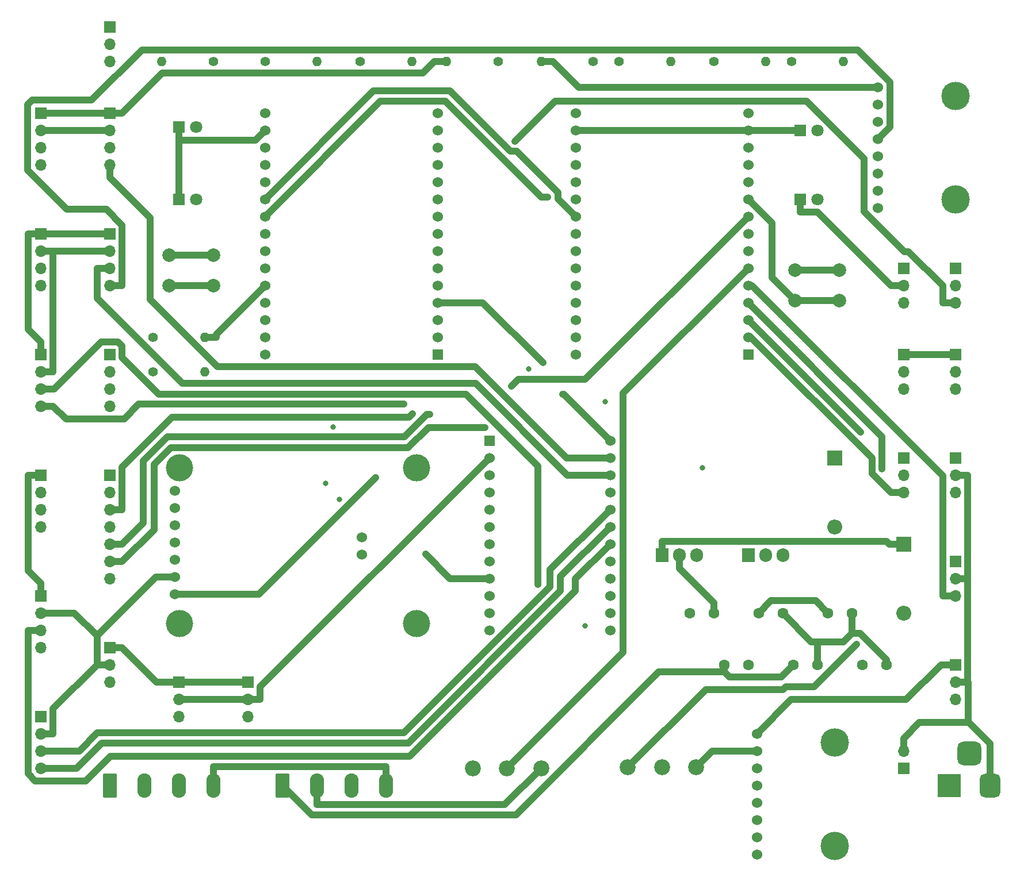
<source format=gbr>
%TF.GenerationSoftware,KiCad,Pcbnew,7.0.10*%
%TF.CreationDate,2024-07-04T23:25:59-06:00*%
%TF.ProjectId,ESP32WROOM30PIN_CARRIER_BOARD_KELLA,45535033-3257-4524-9f4f-4d333050494e,rev?*%
%TF.SameCoordinates,Original*%
%TF.FileFunction,Copper,L3,Inr*%
%TF.FilePolarity,Positive*%
%FSLAX46Y46*%
G04 Gerber Fmt 4.6, Leading zero omitted, Abs format (unit mm)*
G04 Created by KiCad (PCBNEW 7.0.10) date 2024-07-04 23:25:59*
%MOMM*%
%LPD*%
G01*
G04 APERTURE LIST*
G04 Aperture macros list*
%AMRoundRect*
0 Rectangle with rounded corners*
0 $1 Rounding radius*
0 $2 $3 $4 $5 $6 $7 $8 $9 X,Y pos of 4 corners*
0 Add a 4 corners polygon primitive as box body*
4,1,4,$2,$3,$4,$5,$6,$7,$8,$9,$2,$3,0*
0 Add four circle primitives for the rounded corners*
1,1,$1+$1,$2,$3*
1,1,$1+$1,$4,$5*
1,1,$1+$1,$6,$7*
1,1,$1+$1,$8,$9*
0 Add four rect primitives between the rounded corners*
20,1,$1+$1,$2,$3,$4,$5,0*
20,1,$1+$1,$4,$5,$6,$7,0*
20,1,$1+$1,$6,$7,$8,$9,0*
20,1,$1+$1,$8,$9,$2,$3,0*%
G04 Aperture macros list end*
%TA.AperFunction,ComponentPad*%
%ADD10C,1.400000*%
%TD*%
%TA.AperFunction,ComponentPad*%
%ADD11O,1.400000X1.400000*%
%TD*%
%TA.AperFunction,ComponentPad*%
%ADD12R,1.700000X1.700000*%
%TD*%
%TA.AperFunction,ComponentPad*%
%ADD13O,1.700000X1.700000*%
%TD*%
%TA.AperFunction,ComponentPad*%
%ADD14R,2.200000X2.200000*%
%TD*%
%TA.AperFunction,ComponentPad*%
%ADD15O,2.200000X2.200000*%
%TD*%
%TA.AperFunction,ComponentPad*%
%ADD16RoundRect,0.249999X-0.790001X-1.550001X0.790001X-1.550001X0.790001X1.550001X-0.790001X1.550001X0*%
%TD*%
%TA.AperFunction,ComponentPad*%
%ADD17O,2.080000X3.600000*%
%TD*%
%TA.AperFunction,ComponentPad*%
%ADD18C,2.340000*%
%TD*%
%TA.AperFunction,ComponentPad*%
%ADD19C,1.600000*%
%TD*%
%TA.AperFunction,ComponentPad*%
%ADD20C,1.524000*%
%TD*%
%TA.AperFunction,ComponentPad*%
%ADD21C,4.191000*%
%TD*%
%TA.AperFunction,ComponentPad*%
%ADD22C,4.000000*%
%TD*%
%TA.AperFunction,ComponentPad*%
%ADD23C,2.000000*%
%TD*%
%TA.AperFunction,ComponentPad*%
%ADD24R,1.800000X1.800000*%
%TD*%
%TA.AperFunction,ComponentPad*%
%ADD25C,1.800000*%
%TD*%
%TA.AperFunction,ComponentPad*%
%ADD26R,1.524000X1.524000*%
%TD*%
%TA.AperFunction,ComponentPad*%
%ADD27R,3.500000X3.500000*%
%TD*%
%TA.AperFunction,ComponentPad*%
%ADD28RoundRect,0.750000X0.750000X1.000000X-0.750000X1.000000X-0.750000X-1.000000X0.750000X-1.000000X0*%
%TD*%
%TA.AperFunction,ComponentPad*%
%ADD29RoundRect,0.875000X0.875000X0.875000X-0.875000X0.875000X-0.875000X-0.875000X0.875000X-0.875000X0*%
%TD*%
%TA.AperFunction,ComponentPad*%
%ADD30R,1.905000X2.000000*%
%TD*%
%TA.AperFunction,ComponentPad*%
%ADD31O,1.905000X2.000000*%
%TD*%
%TA.AperFunction,ViaPad*%
%ADD32C,0.800000*%
%TD*%
%TA.AperFunction,Conductor*%
%ADD33C,1.000000*%
%TD*%
G04 APERTURE END LIST*
D10*
%TO.N,Net-(U4-GPIO12(ADC2-CH5))*%
%TO.C,R1*%
X53340000Y-33020000D03*
D11*
%TO.N,Net-(D2-A)*%
X45720000Y-33020000D03*
%TD*%
D12*
%TO.N,Net-(J13-Pin_1)*%
%TO.C,J21*%
X38100000Y-76200000D03*
D13*
%TO.N,GND*%
X38100000Y-78740000D03*
%TO.N,Net-(J21-Pin_3)*%
X38100000Y-81280000D03*
%TO.N,Net-(J21-Pin_4)*%
X38100000Y-83820000D03*
%TD*%
D14*
%TO.N,Net-(D1-K)*%
%TO.C,D1*%
X154940000Y-104140000D03*
D15*
%TO.N,Net-(D1-A)*%
X154940000Y-114300000D03*
%TD*%
D12*
%TO.N,Net-(J11-Pin_1)*%
%TO.C,J25*%
X162560000Y-91440000D03*
D13*
%TO.N,GND*%
X162560000Y-93980000D03*
%TO.N,Net-(J25-Pin_3)*%
X162560000Y-96520000D03*
%TD*%
D16*
%TO.N,VDD2*%
%TO.C,J2*%
X63500000Y-139700000D03*
D17*
%TO.N,GND*%
X68580000Y-139700000D03*
%TO.N,Net-(J2-Pin_3)*%
X73660000Y-139700000D03*
%TO.N,Net-(J2-Pin_4)*%
X78740000Y-139700000D03*
%TD*%
D18*
%TO.N,Net-(J13-Pin_1)*%
%TO.C,RV2*%
X114380000Y-136990000D03*
%TO.N,Net-(U4-GPIO32(ADC1-CH4))*%
X119380000Y-136990000D03*
%TO.N,GND*%
X124380000Y-136990000D03*
%TD*%
D10*
%TO.N,Net-(J13-Pin_1)*%
%TO.C,R9*%
X44450000Y-73660000D03*
D11*
%TO.N,Net-(J21-Pin_4)*%
X52070000Y-73660000D03*
%TD*%
D10*
%TO.N,Net-(J13-Pin_1)*%
%TO.C,R10*%
X44450000Y-78740000D03*
D11*
%TO.N,Net-(J21-Pin_3)*%
X52070000Y-78740000D03*
%TD*%
D19*
%TO.N,VDD1*%
%TO.C,C3*%
X133660000Y-114300000D03*
%TO.N,GND*%
X137160000Y-114300000D03*
%TD*%
D20*
%TO.N,Net-(J11-Pin_1)*%
%TO.C,U6*%
X133350000Y-132080000D03*
%TO.N,GND*%
X133350000Y-134620000D03*
%TO.N,Net-(J9-Pin_3)*%
X133350000Y-137160000D03*
%TO.N,Net-(J9-Pin_4)*%
X133350000Y-139700000D03*
%TO.N,unconnected-(U6-XDA-Pad5)*%
X133350000Y-142240000D03*
%TO.N,unconnected-(U6-XCL-Pad6)*%
X133350000Y-144780000D03*
%TO.N,unconnected-(U6-ADO-Pad7)*%
X133350000Y-147320000D03*
%TO.N,unconnected-(U6-INT-Pad8)*%
X133350000Y-149860000D03*
D21*
%TO.N,N/C*%
X144780000Y-133350000D03*
X144780000Y-148590000D03*
%TD*%
D16*
%TO.N,VDD2*%
%TO.C,J27*%
X38100000Y-139700000D03*
D17*
%TO.N,GND*%
X43180000Y-139700000D03*
%TO.N,Net-(J2-Pin_3)*%
X48260000Y-139700000D03*
%TO.N,Net-(J2-Pin_4)*%
X53340000Y-139700000D03*
%TD*%
D14*
%TO.N,Net-(D3-K)*%
%TO.C,D3*%
X144780000Y-91440000D03*
D15*
%TO.N,Net-(D1-A)*%
X144780000Y-101600000D03*
%TD*%
D20*
%TO.N,Net-(U4-GPIO04(ADC2-CH0))*%
%TO.C,U5*%
X47740000Y-96270000D03*
%TO.N,Net-(U4-GPIO18(SCK))*%
X47740000Y-98810000D03*
%TO.N,Net-(U4-GPIO23(MOSI))*%
X47740000Y-101350000D03*
%TO.N,Net-(U4-GPIO19(MISO))*%
X47740000Y-103890000D03*
%TO.N,Net-(U4-GPIO05(SS))*%
X47740000Y-106430000D03*
%TO.N,GND*%
X47740000Y-108970000D03*
%TO.N,VDD2*%
X47740000Y-111510000D03*
%TO.N,Net-(J2-Pin_4)*%
X75260000Y-103130000D03*
%TO.N,Net-(J2-Pin_3)*%
X75260000Y-105670000D03*
D22*
%TO.N,N/C*%
X48370000Y-92920000D03*
X48370000Y-115820000D03*
X83270000Y-92920000D03*
X83270000Y-115820000D03*
%TD*%
D12*
%TO.N,Net-(J11-Pin_1)*%
%TO.C,J5*%
X27940000Y-76200000D03*
D13*
%TO.N,GND*%
X27940000Y-78740000D03*
%TO.N,Net-(J5-Pin_3)*%
X27940000Y-81280000D03*
%TO.N,Net-(J5-Pin_4)*%
X27940000Y-83820000D03*
%TD*%
D19*
%TO.N,VDD2*%
%TO.C,C6*%
X138740000Y-121920000D03*
%TO.N,GND*%
X142240000Y-121920000D03*
%TD*%
D23*
%TO.N,Net-(J11-Pin_1)*%
%TO.C,SW2*%
X138990000Y-63790000D03*
X145490000Y-63790000D03*
%TO.N,Net-(SW2A-D)*%
X138990000Y-68290000D03*
X145490000Y-68290000D03*
%TD*%
D10*
%TO.N,Net-(U3-SDA)*%
%TO.C,R8*%
X95250000Y-33020000D03*
D11*
%TO.N,Net-(J11-Pin_1)*%
X87630000Y-33020000D03*
%TD*%
D12*
%TO.N,Net-(J11-Pin_1)*%
%TO.C,J6*%
X27940000Y-93980000D03*
D13*
%TO.N,GND*%
X27940000Y-96520000D03*
%TO.N,Net-(J6-Pin_3)*%
X27940000Y-99060000D03*
%TO.N,Net-(J6-Pin_4)*%
X27940000Y-101600000D03*
%TD*%
D12*
%TO.N,Net-(J13-Pin_1)*%
%TO.C,J19*%
X162560000Y-63500000D03*
D13*
%TO.N,GND*%
X162560000Y-66040000D03*
%TO.N,Net-(J19-Pin_3)*%
X162560000Y-68580000D03*
%TD*%
D12*
%TO.N,Net-(J11-Pin_1)*%
%TO.C,J4*%
X27940000Y-58420000D03*
D13*
%TO.N,GND*%
X27940000Y-60960000D03*
%TO.N,Net-(J4-Pin_3)*%
X27940000Y-63500000D03*
%TO.N,Net-(J4-Pin_4)*%
X27940000Y-66040000D03*
%TD*%
D19*
%TO.N,VDD2*%
%TO.C,C5*%
X148900000Y-121920000D03*
%TO.N,GND*%
X152400000Y-121920000D03*
%TD*%
D12*
%TO.N,Net-(J13-Pin_1)*%
%TO.C,J16*%
X154940000Y-76200000D03*
D13*
%TO.N,GND*%
X154940000Y-78740000D03*
%TO.N,Net-(J16-Pin_3)*%
X154940000Y-81280000D03*
%TD*%
D12*
%TO.N,Net-(J11-Pin_1)*%
%TO.C,J26*%
X162560000Y-106680000D03*
D13*
%TO.N,GND*%
X162560000Y-109220000D03*
%TO.N,Net-(J26-Pin_3)*%
X162560000Y-111760000D03*
%TD*%
D24*
%TO.N,GND*%
%TO.C,D2*%
X48260000Y-42710000D03*
D25*
%TO.N,Net-(D2-A)*%
X50800000Y-42710000D03*
%TD*%
D12*
%TO.N,Net-(J11-Pin_1)*%
%TO.C,J9*%
X38100000Y-40640000D03*
D13*
%TO.N,GND*%
X38100000Y-43180000D03*
%TO.N,Net-(J9-Pin_3)*%
X38100000Y-45720000D03*
%TO.N,Net-(J9-Pin_4)*%
X38100000Y-48260000D03*
%TD*%
D12*
%TO.N,Net-(J11-Pin_1)*%
%TO.C,J8*%
X27940000Y-129540000D03*
D13*
%TO.N,GND*%
X27940000Y-132080000D03*
%TO.N,Net-(J8-Pin_3)*%
X27940000Y-134620000D03*
%TO.N,Net-(J8-Pin_4)*%
X27940000Y-137160000D03*
%TD*%
D24*
%TO.N,GND*%
%TO.C,D5*%
X139700000Y-43180000D03*
D25*
%TO.N,Net-(D5-A)*%
X142240000Y-43180000D03*
%TD*%
D12*
%TO.N,Net-(D1-A)*%
%TO.C,J1*%
X154940000Y-137160000D03*
D13*
%TO.N,GND*%
X154940000Y-134620000D03*
%TD*%
D24*
%TO.N,GND*%
%TO.C,D4*%
X48260000Y-53340000D03*
D25*
%TO.N,Net-(D4-A)*%
X50800000Y-53340000D03*
%TD*%
D19*
%TO.N,VDD1*%
%TO.C,C2*%
X143820000Y-114300000D03*
%TO.N,GND*%
X147320000Y-114300000D03*
%TD*%
D12*
%TO.N,Net-(J13-Pin_1)*%
%TO.C,J20*%
X38100000Y-27940000D03*
D13*
%TO.N,GND*%
X38100000Y-30480000D03*
%TO.N,Net-(J20-Pin_3)*%
X38100000Y-33020000D03*
%TD*%
D12*
%TO.N,Net-(J13-Pin_1)*%
%TO.C,J13*%
X38100000Y-119380000D03*
D13*
%TO.N,GND*%
X38100000Y-121920000D03*
%TO.N,Net-(J13-Pin_3)*%
X38100000Y-124460000D03*
%TD*%
D10*
%TO.N,Net-(SW1A-D)*%
%TO.C,R5*%
X74930000Y-33020000D03*
D11*
%TO.N,GND*%
X82550000Y-33020000D03*
%TD*%
D12*
%TO.N,Net-(J11-Pin_1)*%
%TO.C,J11*%
X38100000Y-58420000D03*
D13*
%TO.N,GND*%
X38100000Y-60960000D03*
%TO.N,Net-(J11-Pin_3)*%
X38100000Y-63500000D03*
%TO.N,Net-(J11-Pin_4)*%
X38100000Y-66040000D03*
%TD*%
D19*
%TO.N,VDD1*%
%TO.C,C1*%
X123500000Y-114300000D03*
%TO.N,GND*%
X127000000Y-114300000D03*
%TD*%
D12*
%TO.N,Net-(J11-Pin_1)*%
%TO.C,J3*%
X27940000Y-40640000D03*
D13*
%TO.N,GND*%
X27940000Y-43180000D03*
%TO.N,Net-(J3-Pin_3)*%
X27940000Y-45720000D03*
%TO.N,Net-(J3-Pin_4)*%
X27940000Y-48260000D03*
%TD*%
D12*
%TO.N,Net-(J13-Pin_1)*%
%TO.C,J18*%
X162560000Y-76200000D03*
D13*
%TO.N,GND*%
X162560000Y-78740000D03*
%TO.N,Net-(J18-Pin_3)*%
X162560000Y-81280000D03*
%TD*%
D12*
%TO.N,Net-(J11-Pin_1)*%
%TO.C,J22*%
X38100000Y-93980000D03*
D13*
%TO.N,GND*%
X38100000Y-96520000D03*
%TO.N,Net-(J22-Pin_3)*%
X38100000Y-99060000D03*
%TO.N,Net-(J22-Pin_4)*%
X38100000Y-101600000D03*
%TO.N,Net-(J22-Pin_5)*%
X38100000Y-104140000D03*
%TO.N,Net-(J22-Pin_6)*%
X38100000Y-106680000D03*
%TO.N,Net-(J22-Pin_7)*%
X38100000Y-109220000D03*
%TD*%
D12*
%TO.N,Net-(J13-Pin_1)*%
%TO.C,J14*%
X48260000Y-124460000D03*
D13*
%TO.N,GND*%
X48260000Y-127000000D03*
%TO.N,Net-(J14-Pin_3)*%
X48260000Y-129540000D03*
%TD*%
D24*
%TO.N,GND*%
%TO.C,D6*%
X139700000Y-53340000D03*
D25*
%TO.N,Net-(D6-A)*%
X142240000Y-53340000D03*
%TD*%
D10*
%TO.N,Net-(U7-GPIO14(ADC2-CH6))*%
%TO.C,R3*%
X138430000Y-33020000D03*
D11*
%TO.N,Net-(D5-A)*%
X146050000Y-33020000D03*
%TD*%
D26*
%TO.N,unconnected-(U4-EN-Pad1)*%
%TO.C,U4*%
X86360000Y-76200000D03*
D20*
%TO.N,Net-(J13-Pin_3)*%
X86360000Y-73660000D03*
%TO.N,Net-(J14-Pin_3)*%
X86360000Y-71120000D03*
%TO.N,Net-(J15-Pin_3)*%
X86360000Y-68580000D03*
%TO.N,Net-(J16-Pin_3)*%
X86360000Y-66040000D03*
%TO.N,Net-(U4-GPIO32(ADC1-CH4))*%
X86360000Y-63500000D03*
%TO.N,Net-(J17-Pin_3)*%
X86360000Y-60960000D03*
%TO.N,Net-(J18-Pin_3)*%
X86360000Y-58420000D03*
%TO.N,Net-(J19-Pin_3)*%
X86360000Y-55880000D03*
%TO.N,Net-(SW1A-D)*%
X86360000Y-53340000D03*
%TO.N,Net-(U4-GPIO14(ADC2-CH6))*%
X86360000Y-50800000D03*
%TO.N,Net-(U4-GPIO12(ADC2-CH5))*%
X86360000Y-48260000D03*
%TO.N,Net-(J20-Pin_3)*%
X86360000Y-45720000D03*
%TO.N,GND*%
X86360000Y-43180000D03*
%TO.N,VDD2*%
X86360000Y-40640000D03*
%TO.N,Net-(J13-Pin_1)*%
X60960000Y-40640000D03*
%TO.N,GND*%
X60960000Y-43180000D03*
%TO.N,unconnected-(U4-GPIO12(ADC2-CH3)-Pad18)*%
X60960000Y-45720000D03*
%TO.N,unconnected-(U4-GPIO02(ADC2-CH2)-Pad19)*%
X60960000Y-48260000D03*
%TO.N,Net-(U4-GPIO04(ADC2-CH0))*%
X60960000Y-50800000D03*
%TO.N,Net-(U4-GPIO16(RXD2))*%
X60960000Y-53340000D03*
%TO.N,Net-(U4-GPIO17(TXD2))*%
X60960000Y-55880000D03*
%TO.N,Net-(U4-GPIO05(SS))*%
X60960000Y-58420000D03*
%TO.N,Net-(U4-GPIO18(SCK))*%
X60960000Y-60960000D03*
%TO.N,Net-(U4-GPIO19(MISO))*%
X60960000Y-63500000D03*
%TO.N,Net-(J21-Pin_4)*%
X60960000Y-66040000D03*
%TO.N,unconnected-(U4-GPIO03(CLK2)-Pad27)*%
X60960000Y-68580000D03*
%TO.N,unconnected-(U4-GPIO01(CLK3)-Pad28)*%
X60960000Y-71120000D03*
%TO.N,Net-(J21-Pin_3)*%
X60960000Y-73660000D03*
%TO.N,Net-(U4-GPIO23(MOSI))*%
X60960000Y-76200000D03*
%TD*%
D27*
%TO.N,Net-(D1-A)*%
%TO.C,J10*%
X161640000Y-139700000D03*
D28*
%TO.N,GND*%
X167640000Y-139700000D03*
D29*
%TO.N,unconnected-(J10-Pad3)*%
X164640000Y-135000000D03*
%TD*%
D26*
%TO.N,unconnected-(U7-EN-Pad1)*%
%TO.C,U7*%
X132080000Y-76200000D03*
D20*
%TO.N,Net-(J23-Pin_3)*%
X132080000Y-73660000D03*
%TO.N,Net-(J24-Pin_3)*%
X132080000Y-71120000D03*
%TO.N,Net-(J25-Pin_3)*%
X132080000Y-68580000D03*
%TO.N,Net-(J26-Pin_3)*%
X132080000Y-66040000D03*
%TO.N,Net-(U7-GPIO32(ADC1-CH4))*%
X132080000Y-63500000D03*
%TO.N,Net-(U3-A2)*%
X132080000Y-60960000D03*
%TO.N,Net-(U3-A1)*%
X132080000Y-58420000D03*
%TO.N,Net-(J22-Pin_7)*%
X132080000Y-55880000D03*
%TO.N,Net-(SW2A-D)*%
X132080000Y-53340000D03*
%TO.N,Net-(U7-GPIO14(ADC2-CH6))*%
X132080000Y-50800000D03*
%TO.N,Net-(U7-GPIO12(ADC2-CH5))*%
X132080000Y-48260000D03*
%TO.N,Net-(U3-RST)*%
X132080000Y-45720000D03*
%TO.N,GND*%
X132080000Y-43180000D03*
%TO.N,VDD1*%
X132080000Y-40640000D03*
%TO.N,Net-(J11-Pin_1)*%
X106680000Y-40640000D03*
%TO.N,GND*%
X106680000Y-43180000D03*
%TO.N,unconnected-(U7-GPIO12(ADC2-CH3)-Pad18)*%
X106680000Y-45720000D03*
%TO.N,unconnected-(U7-GPIO02(ADC2-CH2)-Pad19)*%
X106680000Y-48260000D03*
%TO.N,Net-(U3-A0)*%
X106680000Y-50800000D03*
%TO.N,Net-(U4-GPIO17(TXD2))*%
X106680000Y-53340000D03*
%TO.N,Net-(U4-GPIO16(RXD2))*%
X106680000Y-55880000D03*
%TO.N,Net-(J22-Pin_6)*%
X106680000Y-58420000D03*
%TO.N,Net-(J22-Pin_3)*%
X106680000Y-60960000D03*
%TO.N,Net-(J22-Pin_5)*%
X106680000Y-63500000D03*
%TO.N,Net-(U3-SDA)*%
X106680000Y-66040000D03*
%TO.N,unconnected-(U7-GPIO03(CLK2)-Pad27)*%
X106680000Y-68580000D03*
%TO.N,unconnected-(U7-GPIO01(CLK3)-Pad28)*%
X106680000Y-71120000D03*
%TO.N,Net-(U3-SCL)*%
X106680000Y-73660000D03*
%TO.N,Net-(J22-Pin_4)*%
X106680000Y-76200000D03*
%TD*%
D18*
%TO.N,Net-(J11-Pin_1)*%
%TO.C,RV1*%
X91600000Y-137160000D03*
%TO.N,Net-(U7-GPIO32(ADC1-CH4))*%
X96600000Y-137160000D03*
%TO.N,GND*%
X101600000Y-137160000D03*
%TD*%
D12*
%TO.N,Net-(J11-Pin_1)*%
%TO.C,J23*%
X154940000Y-91440000D03*
D13*
%TO.N,GND*%
X154940000Y-93980000D03*
%TO.N,Net-(J23-Pin_3)*%
X154940000Y-96520000D03*
%TD*%
D10*
%TO.N,Net-(U3-SCL)*%
%TO.C,R7*%
X109220000Y-33020000D03*
D11*
%TO.N,Net-(J11-Pin_1)*%
X101600000Y-33020000D03*
%TD*%
D12*
%TO.N,Net-(J13-Pin_1)*%
%TO.C,J17*%
X58420000Y-124460000D03*
D13*
%TO.N,GND*%
X58420000Y-127000000D03*
%TO.N,Net-(J17-Pin_3)*%
X58420000Y-129540000D03*
%TD*%
D10*
%TO.N,Net-(U7-GPIO12(ADC2-CH5))*%
%TO.C,R4*%
X127000000Y-33020000D03*
D11*
%TO.N,Net-(D6-A)*%
X134620000Y-33020000D03*
%TD*%
D30*
%TO.N,Net-(D1-K)*%
%TO.C,U1*%
X119380000Y-105750000D03*
D31*
%TO.N,GND*%
X121920000Y-105750000D03*
%TO.N,VDD1*%
X124460000Y-105750000D03*
%TD*%
D26*
%TO.N,Net-(J11-Pin_1)*%
%TO.C,U3*%
X93980000Y-88900000D03*
D20*
%TO.N,GND*%
X93980000Y-91440000D03*
%TO.N,Net-(U3-SDA)*%
X93980000Y-93980000D03*
%TO.N,Net-(U3-SCL)*%
X93980000Y-96520000D03*
%TO.N,Net-(U3-RST)*%
X93980000Y-99060000D03*
%TO.N,Net-(U3-A0)*%
X93980000Y-101600000D03*
%TO.N,Net-(U3-A1)*%
X93980000Y-104140000D03*
%TO.N,Net-(U3-A2)*%
X93980000Y-106680000D03*
%TO.N,Net-(J3-Pin_4)*%
X93980000Y-109220000D03*
%TO.N,Net-(J3-Pin_3)*%
X93980000Y-111760000D03*
%TO.N,Net-(J4-Pin_4)*%
X93980000Y-114300000D03*
%TO.N,Net-(J4-Pin_3)*%
X93980000Y-116840000D03*
%TO.N,Net-(J5-Pin_4)*%
X111760000Y-116840000D03*
%TO.N,Net-(J5-Pin_3)*%
X111760000Y-114300000D03*
%TO.N,Net-(J6-Pin_4)*%
X111760000Y-111760000D03*
%TO.N,Net-(J6-Pin_3)*%
X111760000Y-109220000D03*
%TO.N,Net-(J7-Pin_4)*%
X111760000Y-106680000D03*
%TO.N,Net-(J7-Pin_3)*%
X111760000Y-104140000D03*
%TO.N,Net-(J8-Pin_4)*%
X111760000Y-101600000D03*
%TO.N,Net-(J8-Pin_3)*%
X111760000Y-99060000D03*
%TO.N,Net-(J11-Pin_4)*%
X111760000Y-96520000D03*
%TO.N,Net-(J11-Pin_3)*%
X111760000Y-93980000D03*
%TO.N,Net-(J9-Pin_4)*%
X111760000Y-91440000D03*
%TO.N,Net-(J9-Pin_3)*%
X111760000Y-88900000D03*
%TD*%
D23*
%TO.N,Net-(J13-Pin_1)*%
%TO.C,SW1*%
X46840000Y-61540000D03*
X53340000Y-61540000D03*
%TO.N,Net-(SW1A-D)*%
X46840000Y-66040000D03*
X53340000Y-66040000D03*
%TD*%
D19*
%TO.N,VDD2*%
%TO.C,C4*%
X128580000Y-121920000D03*
%TO.N,GND*%
X132080000Y-121920000D03*
%TD*%
D12*
%TO.N,Net-(J11-Pin_1)*%
%TO.C,J7*%
X27940000Y-111760000D03*
D13*
%TO.N,GND*%
X27940000Y-114300000D03*
%TO.N,Net-(J7-Pin_3)*%
X27940000Y-116840000D03*
%TO.N,Net-(J7-Pin_4)*%
X27940000Y-119380000D03*
%TD*%
D10*
%TO.N,Net-(U4-GPIO14(ADC2-CH6))*%
%TO.C,R2*%
X60960000Y-33020000D03*
D11*
%TO.N,Net-(D4-A)*%
X68580000Y-33020000D03*
%TD*%
D10*
%TO.N,Net-(SW2A-D)*%
%TO.C,R6*%
X113030000Y-33020000D03*
D11*
%TO.N,GND*%
X120650000Y-33020000D03*
%TD*%
D12*
%TO.N,Net-(J13-Pin_1)*%
%TO.C,J15*%
X154940000Y-63500000D03*
D13*
%TO.N,GND*%
X154940000Y-66040000D03*
%TO.N,Net-(J15-Pin_3)*%
X154940000Y-68580000D03*
%TD*%
D30*
%TO.N,Net-(D3-K)*%
%TO.C,U2*%
X132080000Y-105750000D03*
D31*
%TO.N,GND*%
X134620000Y-105750000D03*
%TO.N,VDD2*%
X137160000Y-105750000D03*
%TD*%
D20*
%TO.N,Net-(J11-Pin_1)*%
%TO.C,U8*%
X151130000Y-36830000D03*
%TO.N,GND*%
X151130000Y-39370000D03*
%TO.N,Net-(J11-Pin_3)*%
X151130000Y-41910000D03*
%TO.N,Net-(J11-Pin_4)*%
X151130000Y-44450000D03*
%TO.N,unconnected-(U8-XDA-Pad5)*%
X151130000Y-46990000D03*
%TO.N,unconnected-(U8-XCL-Pad6)*%
X151130000Y-49530000D03*
%TO.N,unconnected-(U8-ADO-Pad7)*%
X151130000Y-52070000D03*
%TO.N,unconnected-(U8-INT-Pad8)*%
X151130000Y-54610000D03*
D21*
%TO.N,N/C*%
X162560000Y-38100000D03*
X162560000Y-53340000D03*
%TD*%
D12*
%TO.N,Net-(J11-Pin_1)*%
%TO.C,J24*%
X162560000Y-121920000D03*
D13*
%TO.N,GND*%
X162560000Y-124460000D03*
%TO.N,Net-(J24-Pin_3)*%
X162560000Y-127000000D03*
%TD*%
D32*
%TO.N,Net-(J9-Pin_3)*%
X104775800Y-82074700D03*
%TO.N,Net-(J22-Pin_7)*%
X97231700Y-80871600D03*
X71958700Y-97587700D03*
%TO.N,Net-(J22-Pin_6)*%
X93303200Y-86940700D03*
%TO.N,Net-(J22-Pin_3)*%
X82682600Y-84957400D03*
%TO.N,Net-(J22-Pin_5)*%
X85188400Y-84991600D03*
%TO.N,Net-(J22-Pin_4)*%
X69862000Y-95180700D03*
%TO.N,Net-(U4-GPIO17(TXD2))*%
X102563300Y-52983900D03*
%TO.N,Net-(J25-Pin_3)*%
X151787800Y-93092200D03*
%TO.N,Net-(J24-Pin_3)*%
X148611800Y-87651800D03*
%TO.N,Net-(J19-Pin_3)*%
X97707100Y-44782500D03*
%TO.N,Net-(J18-Pin_3)*%
X111071900Y-83131900D03*
%TO.N,Net-(J16-Pin_3)*%
X99742100Y-78358900D03*
%TO.N,Net-(J15-Pin_3)*%
X101860900Y-77405500D03*
%TO.N,Net-(J14-Pin_3)*%
X71032200Y-86890700D03*
%TO.N,Net-(J13-Pin_1)*%
X148019400Y-118915400D03*
%TO.N,Net-(J11-Pin_4)*%
X125322300Y-92879600D03*
%TO.N,Net-(J5-Pin_4)*%
X108044000Y-116171400D03*
X81414600Y-83543700D03*
%TO.N,Net-(J5-Pin_3)*%
X101119500Y-110124100D03*
%TO.N,Net-(J3-Pin_4)*%
X84625600Y-105631000D03*
%TO.N,VDD2*%
X77288100Y-94298600D03*
%TD*%
D33*
%TO.N,Net-(J9-Pin_4)*%
X105356400Y-91440000D02*
X111760000Y-91440000D01*
X91880300Y-77963900D02*
X105356400Y-91440000D01*
X53949200Y-77963900D02*
X91880300Y-77963900D01*
X44045700Y-68060400D02*
X53949200Y-77963900D01*
X44045700Y-56057600D02*
X44045700Y-68060400D01*
X38100000Y-50111900D02*
X44045700Y-56057600D01*
X38100000Y-48260000D02*
X38100000Y-50111900D01*
%TO.N,Net-(J9-Pin_3)*%
X104934700Y-82074700D02*
X104775800Y-82074700D01*
X111760000Y-88900000D02*
X104934700Y-82074700D01*
%TO.N,Net-(J11-Pin_1)*%
X145490000Y-63790000D02*
X138990000Y-63790000D01*
X38100000Y-58420000D02*
X27940000Y-58420000D01*
X27940000Y-40640000D02*
X38100000Y-40640000D01*
X26088100Y-72496200D02*
X26088100Y-58420000D01*
X27940000Y-74348100D02*
X26088100Y-72496200D01*
X27940000Y-76200000D02*
X27940000Y-74348100D01*
X27940000Y-58420000D02*
X26088100Y-58420000D01*
X26088100Y-108056200D02*
X27940000Y-109908100D01*
X26088100Y-93980000D02*
X26088100Y-108056200D01*
X27940000Y-111760000D02*
X27940000Y-109908100D01*
X160469100Y-121920000D02*
X162560000Y-121920000D01*
X155334500Y-127054600D02*
X160469100Y-121920000D01*
X138375400Y-127054600D02*
X155334500Y-127054600D01*
X133350000Y-132080000D02*
X138375400Y-127054600D01*
X107111900Y-36830000D02*
X103301900Y-33020000D01*
X151130000Y-36830000D02*
X107111900Y-36830000D01*
X101600000Y-33020000D02*
X103301900Y-33020000D01*
X45870000Y-34721900D02*
X39951900Y-40640000D01*
X84226200Y-34721900D02*
X45870000Y-34721900D01*
X85928100Y-33020000D02*
X84226200Y-34721900D01*
X87630000Y-33020000D02*
X85928100Y-33020000D01*
X38100000Y-40640000D02*
X39951900Y-40640000D01*
X27940000Y-93980000D02*
X26088100Y-93980000D01*
%TO.N,Net-(SW2A-D)*%
X145490000Y-68290000D02*
X138990000Y-68290000D01*
X135571900Y-56831900D02*
X132080000Y-53340000D01*
X135571900Y-64871900D02*
X135571900Y-56831900D01*
X138990000Y-68290000D02*
X135571900Y-64871900D01*
%TO.N,Net-(SW1A-D)*%
X53340000Y-66040000D02*
X46840000Y-66040000D01*
%TO.N,Net-(J22-Pin_7)*%
X98242500Y-79860800D02*
X97231700Y-80871600D01*
X108099200Y-79860800D02*
X98242500Y-79860800D01*
X132080000Y-55880000D02*
X108099200Y-79860800D01*
%TO.N,Net-(J22-Pin_6)*%
X38100000Y-106680000D02*
X39951900Y-106680000D01*
X85006100Y-86940700D02*
X93303200Y-86940700D01*
X82035200Y-89911600D02*
X85006100Y-86940700D01*
X47112400Y-89911600D02*
X82035200Y-89911600D01*
X44626500Y-92397500D02*
X47112400Y-89911600D01*
X44626500Y-102005400D02*
X44626500Y-92397500D01*
X39951900Y-106680000D02*
X44626500Y-102005400D01*
%TO.N,Net-(J22-Pin_3)*%
X82151200Y-85488800D02*
X82682600Y-84957400D01*
X47252200Y-85488800D02*
X82151200Y-85488800D01*
X39951900Y-92789100D02*
X47252200Y-85488800D01*
X39951900Y-99060000D02*
X39951900Y-92789100D01*
X38100000Y-99060000D02*
X39951900Y-99060000D01*
%TO.N,Net-(J22-Pin_5)*%
X38100000Y-104140000D02*
X39951900Y-104140000D01*
X84831200Y-84991600D02*
X85188400Y-84991600D01*
X81530200Y-88292600D02*
X84831200Y-84991600D01*
X46586600Y-88292600D02*
X81530200Y-88292600D01*
X43032900Y-91846300D02*
X46586600Y-88292600D01*
X43032900Y-101059000D02*
X43032900Y-91846300D01*
X39951900Y-104140000D02*
X43032900Y-101059000D01*
%TO.N,Net-(U4-GPIO16(RXD2))*%
X104064000Y-53264000D02*
X106680000Y-55880000D01*
X104064000Y-52360500D02*
X104064000Y-53264000D01*
X97987900Y-46284400D02*
X104064000Y-52360500D01*
X97085000Y-46284400D02*
X97987900Y-46284400D01*
X88164600Y-37364000D02*
X97085000Y-46284400D01*
X76936000Y-37364000D02*
X88164600Y-37364000D01*
X60960000Y-53340000D02*
X76936000Y-37364000D01*
%TO.N,Net-(U4-GPIO17(TXD2))*%
X102562100Y-52982700D02*
X102563300Y-52983900D01*
X101659300Y-52982700D02*
X102562100Y-52982700D01*
X87542500Y-38865900D02*
X101659300Y-52982700D01*
X77974100Y-38865900D02*
X87542500Y-38865900D01*
X60960000Y-55880000D02*
X77974100Y-38865900D01*
%TO.N,Net-(J26-Pin_3)*%
X162560000Y-111760000D02*
X160708100Y-111760000D01*
X132660100Y-66040000D02*
X132080000Y-66040000D01*
X160708100Y-94088000D02*
X132660100Y-66040000D01*
X160708100Y-111760000D02*
X160708100Y-94088000D01*
%TO.N,Net-(J25-Pin_3)*%
X151787800Y-88287800D02*
X151787800Y-93092200D01*
X132080000Y-68580000D02*
X151787800Y-88287800D01*
%TO.N,Net-(J24-Pin_3)*%
X132080000Y-71120000D02*
X148611800Y-87651800D01*
%TO.N,Net-(J23-Pin_3)*%
X154940000Y-96520000D02*
X153088100Y-96520000D01*
X132480900Y-73660000D02*
X132080000Y-73660000D01*
X150285900Y-91465000D02*
X132480900Y-73660000D01*
X150285900Y-93717800D02*
X150285900Y-91465000D01*
X153088100Y-96520000D02*
X150285900Y-93717800D01*
%TO.N,Net-(J21-Pin_4)*%
X53771900Y-73228100D02*
X53771900Y-73660000D01*
X60960000Y-66040000D02*
X53771900Y-73228100D01*
X52070000Y-73660000D02*
X53771900Y-73660000D01*
%TO.N,Net-(J19-Pin_3)*%
X160708100Y-66079500D02*
X160708100Y-68580000D01*
X155682000Y-61053400D02*
X160708100Y-66079500D01*
X155062300Y-61053400D02*
X155682000Y-61053400D01*
X149138600Y-55129700D02*
X155062300Y-61053400D01*
X149138600Y-47312000D02*
X149138600Y-55129700D01*
X140679300Y-38852700D02*
X149138600Y-47312000D01*
X103636900Y-38852700D02*
X140679300Y-38852700D01*
X97707100Y-44782500D02*
X103636900Y-38852700D01*
X162560000Y-68580000D02*
X160708100Y-68580000D01*
%TO.N,Net-(J15-Pin_3)*%
X93035400Y-68580000D02*
X101860900Y-77405500D01*
X86360000Y-68580000D02*
X93035400Y-68580000D01*
%TO.N,Net-(J13-Pin_1)*%
X53340000Y-61540000D02*
X46840000Y-61540000D01*
X58420000Y-124460000D02*
X48260000Y-124460000D01*
X48260000Y-124460000D02*
X46408100Y-124460000D01*
X38100000Y-119380000D02*
X39951900Y-119380000D01*
X45031900Y-124460000D02*
X46408100Y-124460000D01*
X39951900Y-119380000D02*
X45031900Y-124460000D01*
X154940000Y-76200000D02*
X162560000Y-76200000D01*
X141767000Y-125167800D02*
X148019400Y-118915400D01*
X137614100Y-125167800D02*
X141767000Y-125167800D01*
X137227700Y-125554200D02*
X137614100Y-125167800D01*
X125815800Y-125554200D02*
X137227700Y-125554200D01*
X114380000Y-136990000D02*
X125815800Y-125554200D01*
%TO.N,Net-(U7-GPIO32(ADC1-CH4))*%
X113678800Y-120081200D02*
X96600000Y-137160000D01*
X113678800Y-81901200D02*
X113678800Y-120081200D01*
X132080000Y-63500000D02*
X113678800Y-81901200D01*
%TO.N,Net-(J11-Pin_4)*%
X39951900Y-57149700D02*
X39951900Y-66040000D01*
X37598500Y-54796300D02*
X39951900Y-57149700D01*
X31778300Y-54796300D02*
X37598500Y-54796300D01*
X26060000Y-49078000D02*
X31778300Y-54796300D01*
X26060000Y-39375700D02*
X26060000Y-49078000D01*
X26689600Y-38746100D02*
X26060000Y-39375700D01*
X35465500Y-38746100D02*
X26689600Y-38746100D01*
X42900500Y-31311100D02*
X35465500Y-38746100D01*
X148180000Y-31311100D02*
X42900500Y-31311100D01*
X152927500Y-36058600D02*
X148180000Y-31311100D01*
X152927500Y-42652500D02*
X152927500Y-36058600D01*
X151130000Y-44450000D02*
X152927500Y-42652500D01*
X38100000Y-66040000D02*
X39951900Y-66040000D01*
%TO.N,Net-(J11-Pin_3)*%
X38100000Y-63500000D02*
X36248100Y-63500000D01*
X36248100Y-67882700D02*
X36248100Y-63500000D01*
X48844600Y-80479200D02*
X36248100Y-67882700D01*
X91951800Y-80479200D02*
X48844600Y-80479200D01*
X105452600Y-93980000D02*
X91951800Y-80479200D01*
X111760000Y-93980000D02*
X105452600Y-93980000D01*
%TO.N,Net-(J8-Pin_4)*%
X33245200Y-137160000D02*
X27940000Y-137160000D01*
X36938400Y-133466800D02*
X33245200Y-137160000D01*
X82043600Y-133466800D02*
X36938400Y-133466800D01*
X104450500Y-111059900D02*
X82043600Y-133466800D01*
X104450500Y-108909500D02*
X104450500Y-111059900D01*
X111760000Y-101600000D02*
X104450500Y-108909500D01*
%TO.N,Net-(J8-Pin_3)*%
X33661100Y-134620000D02*
X27940000Y-134620000D01*
X36316200Y-131964900D02*
X33661100Y-134620000D01*
X81402700Y-131964900D02*
X36316200Y-131964900D01*
X102948600Y-110419000D02*
X81402700Y-131964900D01*
X102948600Y-107871400D02*
X102948600Y-110419000D01*
X111760000Y-99060000D02*
X102948600Y-107871400D01*
%TO.N,Net-(J7-Pin_3)*%
X26088100Y-137960200D02*
X26088100Y-116840000D01*
X27148300Y-139020400D02*
X26088100Y-137960200D01*
X34613900Y-139020400D02*
X27148300Y-139020400D01*
X38259500Y-135374800D02*
X34613900Y-139020400D01*
X82259600Y-135374800D02*
X38259500Y-135374800D01*
X106643600Y-110990800D02*
X82259600Y-135374800D01*
X106643600Y-109256400D02*
X106643600Y-110990800D01*
X111760000Y-104140000D02*
X106643600Y-109256400D01*
X27940000Y-116840000D02*
X26088100Y-116840000D01*
%TO.N,Net-(J5-Pin_4)*%
X27940000Y-83820000D02*
X29791900Y-83820000D01*
X42411600Y-83543700D02*
X81414600Y-83543700D01*
X40250400Y-85704900D02*
X42411600Y-83543700D01*
X31676800Y-85704900D02*
X40250400Y-85704900D01*
X29791900Y-83820000D02*
X31676800Y-85704900D01*
%TO.N,Net-(J5-Pin_3)*%
X29903200Y-81280000D02*
X27940000Y-81280000D01*
X36835100Y-74348100D02*
X29903200Y-81280000D01*
X39365000Y-74348100D02*
X36835100Y-74348100D01*
X39951900Y-74935000D02*
X39365000Y-74348100D01*
X39951900Y-76669500D02*
X39951900Y-74935000D01*
X45306700Y-82024300D02*
X39951900Y-76669500D01*
X90510900Y-82024300D02*
X45306700Y-82024300D01*
X101119500Y-92632900D02*
X90510900Y-82024300D01*
X101119500Y-110124100D02*
X101119500Y-92632900D01*
%TO.N,Net-(J3-Pin_4)*%
X88214600Y-109220000D02*
X84625600Y-105631000D01*
X93980000Y-109220000D02*
X88214600Y-109220000D01*
%TO.N,Net-(J2-Pin_4)*%
X78740000Y-139700000D02*
X78740000Y-136898100D01*
X78738000Y-136896100D02*
X78740000Y-136898100D01*
X53342000Y-136896100D02*
X78738000Y-136896100D01*
X53340000Y-136898100D02*
X53342000Y-136896100D01*
X53340000Y-139700000D02*
X53340000Y-136898100D01*
%TO.N,Net-(D1-K)*%
X152446200Y-103748100D02*
X152838100Y-104140000D01*
X119380000Y-103748100D02*
X152446200Y-103748100D01*
X119380000Y-105750000D02*
X119380000Y-103748100D01*
X154940000Y-104140000D02*
X152838100Y-104140000D01*
%TO.N,VDD2*%
X128580000Y-122970100D02*
X128580000Y-121920000D01*
X118943500Y-122970100D02*
X128580000Y-122970100D01*
X97884500Y-144029100D02*
X118943500Y-122970100D01*
X67829100Y-144029100D02*
X97884500Y-144029100D01*
X63500000Y-139700000D02*
X67829100Y-144029100D01*
X60076700Y-111510000D02*
X77288100Y-94298600D01*
X47740000Y-111510000D02*
X60076700Y-111510000D01*
X129340000Y-123730100D02*
X128580000Y-122970100D01*
X136927800Y-123730100D02*
X129340000Y-123730100D01*
X138737900Y-121920000D02*
X136927800Y-123730100D01*
X138740000Y-121920000D02*
X138737900Y-121920000D01*
%TO.N,GND*%
X106680000Y-43180000D02*
X132080000Y-43180000D01*
X126750000Y-134620000D02*
X124380000Y-136990000D01*
X133350000Y-134620000D02*
X126750000Y-134620000D01*
X96258100Y-142501900D02*
X68580000Y-142501900D01*
X101600000Y-137160000D02*
X96258100Y-142501900D01*
X68580000Y-139700000D02*
X68580000Y-142501900D01*
X29791900Y-78740000D02*
X29791900Y-60960000D01*
X27940000Y-78740000D02*
X29791900Y-78740000D01*
X27940000Y-60960000D02*
X28866000Y-60960000D01*
X28866000Y-60960000D02*
X29791900Y-60960000D01*
X29791900Y-60960000D02*
X38100000Y-60960000D01*
X27940000Y-43180000D02*
X38100000Y-43180000D01*
X59528100Y-44611900D02*
X48260000Y-44611900D01*
X60960000Y-43180000D02*
X59528100Y-44611900D01*
X162560000Y-109220000D02*
X164410400Y-109220000D01*
X162560000Y-93980000D02*
X164411900Y-93980000D01*
X154940000Y-134620000D02*
X154940000Y-132768100D01*
X164410400Y-109220000D02*
X164411900Y-109220000D01*
X164411900Y-124460000D02*
X164411900Y-109220000D01*
X164411900Y-109220000D02*
X164411900Y-93980000D01*
X121920000Y-105750000D02*
X121920000Y-107751900D01*
X127000000Y-112831900D02*
X121920000Y-107751900D01*
X127000000Y-114300000D02*
X127000000Y-112831900D01*
X38100000Y-121920000D02*
X36248100Y-121920000D01*
X44929200Y-108970000D02*
X36248100Y-117651100D01*
X47740000Y-108970000D02*
X44929200Y-108970000D01*
X36248100Y-121920000D02*
X36248100Y-117651100D01*
X32897000Y-114300000D02*
X27940000Y-114300000D01*
X36248100Y-117651100D02*
X32897000Y-114300000D01*
X29791900Y-128376200D02*
X36248100Y-121920000D01*
X29791900Y-132080000D02*
X29791900Y-128376200D01*
X27940000Y-132080000D02*
X29791900Y-132080000D01*
X48260000Y-42710000D02*
X48260000Y-43660900D01*
X48260000Y-43660900D02*
X48260000Y-44611900D01*
X48260000Y-44611900D02*
X48260000Y-53340000D01*
X48260000Y-127000000D02*
X58420000Y-127000000D01*
X60271900Y-125148100D02*
X93980000Y-91440000D01*
X60271900Y-127000000D02*
X60271900Y-125148100D01*
X58420000Y-127000000D02*
X60271900Y-127000000D01*
X162560000Y-124460000D02*
X164036000Y-124460000D01*
X164036000Y-124460000D02*
X164410400Y-124460000D01*
X164410400Y-124460000D02*
X164411900Y-124460000D01*
X164467700Y-124517300D02*
X164467700Y-130434100D01*
X164410400Y-124460000D02*
X164467700Y-124517300D01*
X157274000Y-130434100D02*
X164467700Y-130434100D01*
X154940000Y-132768100D02*
X157274000Y-130434100D01*
X167640000Y-133549100D02*
X167640000Y-139700000D01*
X164525000Y-130434100D02*
X167640000Y-133549100D01*
X164467700Y-130434100D02*
X164525000Y-130434100D01*
X142290000Y-55241900D02*
X139700000Y-55241900D01*
X153088100Y-66040000D02*
X142290000Y-55241900D01*
X154940000Y-66040000D02*
X153088100Y-66040000D01*
X139700000Y-53340000D02*
X139700000Y-55241900D01*
X139700000Y-43180000D02*
X132080000Y-43180000D01*
X148530400Y-117292700D02*
X147320000Y-117292700D01*
X152400000Y-121162300D02*
X148530400Y-117292700D01*
X152400000Y-121920000D02*
X152400000Y-121162300D01*
X147320000Y-114300000D02*
X147320000Y-117292700D01*
X142240000Y-118530600D02*
X142240000Y-121920000D01*
X141390600Y-118530600D02*
X142240000Y-118530600D01*
X137160000Y-114300000D02*
X141390600Y-118530600D01*
X146082100Y-118530600D02*
X147320000Y-117292700D01*
X142240000Y-118530600D02*
X146082100Y-118530600D01*
%TO.N,VDD1*%
X135463900Y-112496100D02*
X133660000Y-114300000D01*
X142016100Y-112496100D02*
X135463900Y-112496100D01*
X143820000Y-114300000D02*
X142016100Y-112496100D01*
%TD*%
M02*

</source>
